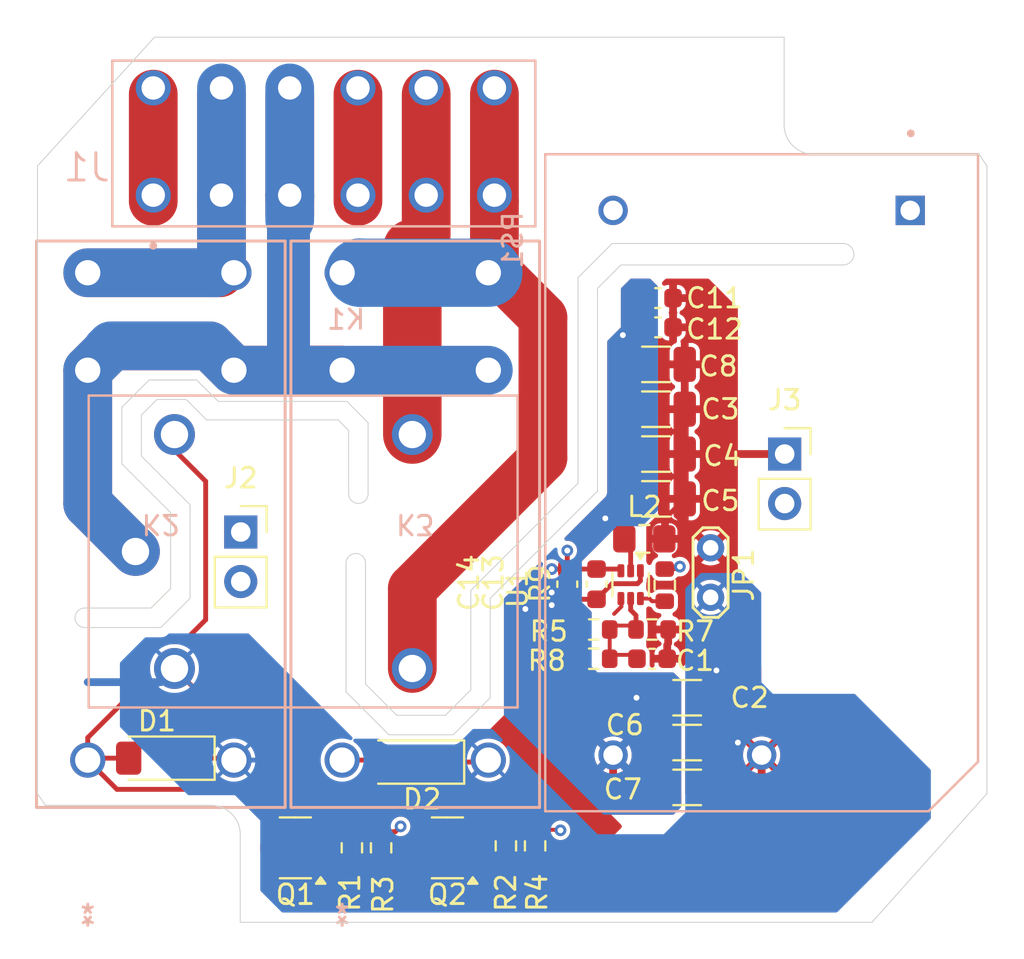
<source format=kicad_pcb>
(kicad_pcb
	(version 20241229)
	(generator "pcbnew")
	(generator_version "9.0")
	(general
		(thickness 0.23)
		(legacy_teardrops no)
	)
	(paper "A4")
	(layers
		(0 "F.Cu" signal)
		(4 "In1.Cu" signal)
		(6 "In2.Cu" signal)
		(8 "In3.Cu" signal)
		(10 "In4.Cu" signal)
		(2 "B.Cu" signal)
		(9 "F.Adhes" user "F.Adhesive")
		(11 "B.Adhes" user "B.Adhesive")
		(13 "F.Paste" user)
		(15 "B.Paste" user)
		(5 "F.SilkS" user "F.Silkscreen")
		(7 "B.SilkS" user "B.Silkscreen")
		(1 "F.Mask" user)
		(3 "B.Mask" user)
		(17 "Dwgs.User" user "User.Drawings")
		(19 "Cmts.User" user "User.Comments")
		(21 "Eco1.User" user "User.Eco1")
		(23 "Eco2.User" user "User.Eco2")
		(25 "Edge.Cuts" user)
		(27 "Margin" user)
		(31 "F.CrtYd" user "F.Courtyard")
		(29 "B.CrtYd" user "B.Courtyard")
		(35 "F.Fab" user)
		(33 "B.Fab" user)
		(39 "User.1" user)
		(41 "User.2" user)
		(43 "User.3" user)
		(45 "User.4" user)
		(47 "User.5" user)
		(49 "User.6" user)
		(51 "User.7" user)
		(53 "User.8" user)
		(55 "User.9" user)
	)
	(setup
		(stackup
			(layer "F.SilkS"
				(type "Top Silk Screen")
			)
			(layer "F.Paste"
				(type "Top Solder Paste")
			)
			(layer "F.Mask"
				(type "Top Solder Mask")
				(thickness 0.01)
			)
			(layer "F.Cu"
				(type "copper")
				(thickness 0.035)
			)
			(layer "dielectric 1"
				(type "prepreg")
				(thickness 0)
				(material "FR4")
				(epsilon_r 4.5)
				(loss_tangent 0.02)
			)
			(layer "In1.Cu"
				(type "copper")
				(thickness 0.035)
			)
			(layer "dielectric 2"
				(type "core")
				(thickness 0)
				(material "FR4")
				(epsilon_r 4.5)
				(loss_tangent 0.02)
			)
			(layer "In2.Cu"
				(type "copper")
				(thickness 0.035)
			)
			(layer "dielectric 3"
				(type "prepreg")
				(thickness 0)
				(material "FR4")
				(epsilon_r 4.5)
				(loss_tangent 0.02)
			)
			(layer "In3.Cu"
				(type "copper")
				(thickness 0.035)
			)
			(layer "dielectric 4"
				(type "core")
				(thickness 0)
				(material "FR4")
				(epsilon_r 4.5)
				(loss_tangent 0.02)
			)
			(layer "In4.Cu"
				(type "copper")
				(thickness 0.035)
			)
			(layer "dielectric 5"
				(type "prepreg")
				(thickness 0)
				(material "FR4")
				(epsilon_r 4.5)
				(loss_tangent 0.02)
			)
			(layer "B.Cu"
				(type "copper")
				(thickness 0.035)
			)
			(layer "B.Mask"
				(type "Bottom Solder Mask")
				(thickness 0.01)
			)
			(layer "B.Paste"
				(type "Bottom Solder Paste")
			)
			(layer "B.SilkS"
				(type "Bottom Silk Screen")
			)
			(copper_finish "None")
			(dielectric_constraints no)
		)
		(pad_to_mask_clearance 0)
		(allow_soldermask_bridges_in_footprints no)
		(tenting front back)
		(grid_origin 147.925 91.18)
		(pcbplotparams
			(layerselection 0x00000000_00000000_55555555_5755f5ff)
			(plot_on_all_layers_selection 0x00000000_00000000_00000000_00000000)
			(disableapertmacros no)
			(usegerberextensions no)
			(usegerberattributes yes)
			(usegerberadvancedattributes yes)
			(creategerberjobfile yes)
			(dashed_line_dash_ratio 12.000000)
			(dashed_line_gap_ratio 3.000000)
			(svgprecision 4)
			(plotframeref no)
			(mode 1)
			(useauxorigin no)
			(hpglpennumber 1)
			(hpglpenspeed 20)
			(hpglpendiameter 15.000000)
			(pdf_front_fp_property_popups yes)
			(pdf_back_fp_property_popups yes)
			(pdf_metadata yes)
			(pdf_single_document no)
			(dxfpolygonmode yes)
			(dxfimperialunits yes)
			(dxfusepcbnewfont yes)
			(psnegative no)
			(psa4output no)
			(plot_black_and_white yes)
			(plotinvisibletext no)
			(sketchpadsonfab no)
			(plotpadnumbers no)
			(hidednponfab no)
			(sketchdnponfab yes)
			(crossoutdnponfab yes)
			(subtractmaskfromsilk no)
			(outputformat 1)
			(mirror no)
			(drillshape 0)
			(scaleselection 1)
			(outputdirectory "gerber/")
		)
	)
	(net 0 "")
	(net 1 "Net-(U1-FB)")
	(net 2 "Net-(U1-SW)")
	(net 3 "Net-(U1-PG)")
	(net 4 "+3V3")
	(net 5 "GND")
	(net 6 "+VDC")
	(net 7 "Net-(J1-3)")
	(net 8 "Net-(J1-2)")
	(net 9 "Net-(J1-1)")
	(net 10 "Net-(J1-4)")
	(net 11 "Net-(J1-6)")
	(net 12 "Net-(J1-5)")
	(net 13 "Net-(Q1-G)")
	(net 14 "Net-(Q2-G)")
	(net 15 "Net-(D1-A)")
	(net 16 "Net-(D2-A)")
	(net 17 "Net-(J2-Pin_2)")
	(net 18 "Net-(J2-Pin_1)")
	(footprint "Capacitor_SMD:C_0603_1608Metric" (layer "F.Cu") (at 147.275 90.155 -90))
	(footprint "Resistor_SMD:R_0603_1608Metric" (layer "F.Cu") (at 145.625 103.58 -90))
	(footprint "TestPoint:TestPoint_2Pads_Pitch2.54mm_Drill0.8mm" (layer "F.Cu") (at 154.625 90.83 90))
	(footprint "Capacitor_SMD:C_1206_3216Metric" (layer "F.Cu") (at 151.825 81.18 180))
	(footprint "Package_TO_SOT_SMD:SOT-23-3" (layer "F.Cu") (at 141.125 103.68 180))
	(footprint "Capacitor_SMD:C_1206_3216Metric" (layer "F.Cu") (at 153.425 95.98 180))
	(footprint "Package_TO_SOT_SMD:SOT-563" (layer "F.Cu") (at 150.525 90.18 -90))
	(footprint "Capacitor_SMD:C_0603_1608Metric" (layer "F.Cu") (at 151.625 93.98 180))
	(footprint "Inductor_SMD:L_0805_2012Metric_Pad1.15x1.40mm_HandSolder" (layer "F.Cu") (at 151.225 87.83))
	(footprint "Resistor_SMD:R_0603_1608Metric" (layer "F.Cu") (at 144.125 103.58 90))
	(footprint "Capacitor_SMD:C_0603_1608Metric" (layer "F.Cu") (at 151.925 75.48 180))
	(footprint "Resistor_SMD:R_0603_1608Metric" (layer "F.Cu") (at 151.625 92.48 180))
	(footprint "Resistor_SMD:R_0603_1608Metric" (layer "F.Cu") (at 152.275 90.205 90))
	(footprint "Diode_SMD:D_MiniMELF" (layer "F.Cu") (at 139.325 99.28 180))
	(footprint "Capacitor_SMD:C_1206_3216Metric" (layer "F.Cu") (at 153.425 98.28 180))
	(footprint "Capacitor_SMD:C_0603_1608Metric" (layer "F.Cu") (at 148.775 90.155 -90))
	(footprint "Diode_SMD:D_MiniMELF" (layer "F.Cu") (at 126.525 99.08 180))
	(footprint "Resistor_SMD:R_0603_1608Metric" (layer "F.Cu") (at 136.225 103.68 90))
	(footprint "Capacitor_SMD:C_1206_3216Metric" (layer "F.Cu") (at 151.825 83.48 180))
	(footprint "Resistor_SMD:R_0603_1608Metric" (layer "F.Cu") (at 148.625 92.48 180))
	(footprint "Connector_PinSocket_2.54mm:PinSocket_1x02_P2.54mm_Vertical" (layer "F.Cu") (at 158.425 83.48))
	(footprint "Capacitor_SMD:C_1206_3216Metric" (layer "F.Cu") (at 151.825 85.78 180))
	(footprint "Capacitor_SMD:C_1206_3216Metric" (layer "F.Cu") (at 151.825 78.88 180))
	(footprint "Resistor_SMD:R_0603_1608Metric" (layer "F.Cu") (at 148.625 93.98 180))
	(footprint "Connector_PinSocket_2.54mm:PinSocket_1x02_P2.54mm_Vertical" (layer "F.Cu") (at 130.524656 87.48))
	(footprint "Capacitor_SMD:C_0603_1608Metric" (layer "F.Cu") (at 151.925 76.98 180))
	(footprint "Capacitor_SMD:C_1206_3216Metric" (layer "F.Cu") (at 153.425 100.58 180))
	(footprint "Package_TO_SOT_SMD:SOT-23-3" (layer "F.Cu") (at 133.325 103.68 180))
	(footprint "Resistor_SMD:R_0603_1608Metric" (layer "F.Cu") (at 137.725 103.68 -90))
	(footprint "Bauteile:RELAY_G5RL-1A-E-HR DC5_OMR" (layer "B.Cu") (at 130.175 74.980008))
	(footprint "TBLH10V_350_06BK:CUI_TBLH10V-350-06BK" (layer "B.Cu") (at 126.036723 70.2))
	(footprint "Bauteile:RELAY_PR28-3V-360-1C-E" (layer "B.Cu") (at 133.225 88.48))
	(footprint "TBLH10V_350_06BK:CONV_RAC02-3.3SGA" (layer "B.Cu") (at 157.244545 84.951894 -90))
	(footprint "Bauteile:RELAY_G5RL-1A-E-HR DC5_OMR" (layer "B.Cu") (at 143.225 74.980008))
	(gr_circle
		(center 126.275 106.189313)
		(end 128.325 106.189313)
		(stroke
			(width 0.2)
			(type default)
		)
		(fill no)
		(layer "Dwgs.User")
		(uuid "0242128c-da66-44d2-8be0-2a352fad9126")
	)
	(gr_arc
		(start 158.35 91.089313)
		(mid 156.935784 90.503527)
		(end 156.35 89.089313)
		(stroke
			(width 0.2)
			(type default)
		)
		(layer "Dwgs.User")
		(uuid "046ff329-94c3-4d57-89e4-2d5e1a13725a")
	)
	(gr_line
		(start 123.475 71.789541)
		(end 123.475 71.789313)
		(stroke
			(width 0.2)
			(type default)
		)
		(layer "Dwgs.User")
		(uuid "055895a1-9de8-42d3-9bd0-d37cab8378c4")
	)
	(gr_line
		(start 161.624998 67.889313)
		(end 168.507224 67.889313)
		(stroke
			(width 0.2)
			(type default)
		)
		(layer "Dwgs.User")
		(uuid "080684a0-5ed7-44e4-bd59-4432d23be8b2")
	)
	(gr_line
		(start 141.575 63.789313)
		(end 141.575 70.589313)
		(stroke
			(width 0.2)
			(type default)
		)
		(layer "Dwgs.User")
		(uuid "0ba07b32-6f1a-4b7d-94dc-c7011d35372a")
	)
	(gr_arc
		(start 161.624998 67.889313)
		(mid 159.503678 67.010634)
		(end 158.625 64.889313)
		(stroke
			(width 0.2)
			(type default)
		)
		(layer "Dwgs.User")
		(uuid "0cc23ef7-8215-4508-ae32-d5bf1ef6ad08")
	)
	(gr_line
		(start 158.625 64.889313)
		(end 158.625 61.889313)
		(stroke
			(width 0.2)
			(type default)
		)
		(layer "Dwgs.User")
		(uuid "0e04b800-a521-4360-8498-ff5e61010ab1")
	)
	(gr_line
		(start 119.875 71.789313)
		(end 123.475 71.789313)
		(stroke
			(width 0.2)
			(type default)
		)
		(layer "Dwgs.User")
		(uuid "155c3398-5e89-4ffb-af16-e9501681b7d2")
	)
	(gr_line
		(start 121.127264 102.689313)
		(end 119.875 100.927137)
		(stroke
			(width 0.2)
			(type default)
		)
		(layer "Dwgs.User")
		(uuid "15720f74-edca-4e7e-8f10-367a1bf2b1ad")
	)
	(gr_line
		(start 160.45 89.089311)
		(end 160.45 80.484849)
		(stroke
			(width 0.2)
			(type default)
		)
		(layer "Dwgs.User")
		(uuid "15890998-2965-4905-aca3-6777b35ca9bc")
	)
	(gr_line
		(start 130.275 109.289313)
		(end 163.443417 109.289313)
		(stroke
			(width 0.2)
			(type default)
		)
		(layer "Dwgs.User")
		(uuid "161ad5c3-baf5-4adb-9305-9c74de531ccb")
	)
	(gr_line
		(start 124.275 70.589313)
		(end 124.275 63.789313)
		(stroke
			(width 0.2)
			(type default)
		)
		(layer "Dwgs.User")
		(uuid "1969b00f-82ed-4167-ac7b-d28d1634d533")
	)
	(gr_line
		(start 135.075 70.589313)
		(end 135.075 63.789313)
		(stroke
			(width 0.2)
			(type default)
		)
		(layer "Dwgs.User")
		(uuid "1bd215ec-ea3b-4b0f-ac05-d260704f752c")
	)
	(gr_line
		(start 130.275 105.68931)
		(end 130.275 107.689313)
		(stroke
			(width 0.2)
			(type default)
		)
		(layer "Dwgs.User")
		(uuid "1bd405db-e730-47fd-b97b-89dd4f191ff9")
	)
	(gr_line
		(start 130.275 109.289313)
		(end 130.275 107.689313)
		(stroke
			(width 0.2)
			(type default)
		)
		(layer "Dwgs.User")
		(uuid "1cdac37b-d930-48a6-9906-8a23474546e0")
	)
	(gr_line
		(start 124.275 71.789313)
		(end 123.475 71.789541)
		(stroke
			(width 0.2)
			(type default)
		)
		(layer "Dwgs.User")
		(uuid "21b8a573-df22-4d7f-a1d7-ec53a72da4d8")
	)
	(gr_line
		(start 142.075 63.789313)
		(end 145.275 63.789313)
		(stroke
			(width 0.2)
			(type default)
		)
		(layer "Dwgs.User")
		(uuid "22969627-615e-4e69-9b40-c9b46909efb7")
	)
	(gr_arc
		(start 119.875 68.651491)
		(mid 122.67948 65.030658)
		(end 126.01227 61.889313)
		(stroke
			(width 0.2)
			(type default)
		)
		(layer "Dwgs.User")
		(uuid "25e3d829-99a3-422e-8e57-78ab0129a164")
	)
	(gr_line
		(start 158.45 78.489313)
		(end 158.35 78.489313)
		(stroke
			(width 0.2)
			(type default)
		)
		(layer "Dwgs.User")
		(uuid "2a33b23b-b25c-4253-9594-c07324743c6d")
	)
	(gr_line
		(start 141.575 70.589313)
		(end 138.575 70.589313)
		(stroke
			(width 0.2)
			(type default)
		)
		(layer "Dwgs.User")
		(uuid "2f943cb2-9b30-4208-b698-797b536b067b")
	)
	(gr_line
		(start 138.075 70.589313)
		(end 134.575 70.589313)
		(stroke
			(width 0.2)
			(type default)
		)
		(layer "Dwgs.User")
		(uuid "31d2b839-50ec-4af1-980a-226e9b84bd4d")
	)
	(gr_line
		(start 158.625 61.889313)
		(end 158.625 60.289313)
		(stroke
			(width 0.2)
			(type default)
		)
		(layer "Dwgs.User")
		(uuid "358373a4-8a6b-49b4-980d-4bb7531dabf3")
	)
	(gr_arc
		(start 170.625 101.398627)
		(mid 167.376235 105.65526)
		(end 163.443417 109.289313)
		(stroke
			(width 0.2)
			(type default)
		)
		(layer "Dwgs.User")
		(uuid "381f0daf-93d4-4dda-802d-78c5ff66e07a")
	)
	(gr_line
		(start 118.275 68.18)
		(end 118.275 101.398641)
		(stroke
			(width 0.2)
			(type default)
		)
		(layer "Dwgs.User")
		(uuid "39da7280-78a8-47be-901e-6e37bb2fb3af")
	)
	(gr_line
		(start 163.443418 60.289313)
		(end 158.625 60.289313)
		(stroke
			(width 0.2)
			(type default)
		)
		(layer "Dwgs.User")
		(uuid "3d022687-48ce-493c-827f-51ee30146250")
	)
	(gr_line
		(start 124.275 63.789313)
		(end 127.575 63.789313)
		(stroke
			(width 0.2)
			(type default)
		)
		(layer "Dwgs.User")
		(uuid "3db21989-2e57-4929-8a0d-394e52d1eab4")
	)
	(gr_line
		(start 134.575 63.789313)
		(end 134.575 70.589313)
		(stroke
			(width 0.2)
			(type default)
		)
		(layer "Dwgs.User")
		(uuid "3f0186aa-288a-495e-b2c4-1f199f86ffd7")
	)
	(gr_line
		(start 146.075 71.789541)
		(end 146.075 61.889313)
		(stroke
			(width 0.2)
			(type default)
		)
		(layer "Dwgs.User")
		(uuid "4015513a-50d4-4cb2-9484-5dcf080593a2")
	)
	(gr_line
		(start 169.025 68.651488)
		(end 169.025 100.927135)
		(stroke
			(width 0.2)
			(type default)
		)
		(layer "Dwgs.User")
		(uuid "4234a620-45cc-4ce6-9fd6-2e1f84c8197d")
	)
	(gr_circle
		(center 162.625 64.389313)
		(end 164.675 64.389313)
		(stroke
			(width 0.2)
			(type default)
		)
		(fill no)
		(layer "Dwgs.User")
		(uuid "45496be6-83f1-444c-aa79-24ebb750ad9e")
	)
	(gr_line
		(start 169.025 100.927135)
		(end 169.025 68.651491)
		(stroke
			(width 0.2)
			(type default)
		)
		(layer "Dwgs.User")
		(uuid "46e1ab47-41e3-4777-afc8-6ed2c3089811")
	)
	(gr_line
		(start 130.275 107.689313)
		(end 130.275 109.289313)
		(stroke
			(width 0.2)
			(type default)
		)
		(layer "Dwgs.User")
		(uuid "47193d31-093a-476a-bd84-2e5b9b468077")
	)
	(gr_line
		(start 146.075 61.889313)
		(end 146.075 71.789541)
		(stroke
			(width 0.2)
			(type default)
		)
		(layer "Dwgs.User")
		(uuid "47e250d1-db54-40b0-bf87-3152c7c680eb")
	)
	(gr_arc
		(start 132.55 93.089314)
		(mid 131.964214 94.503527)
		(end 130.550001 95.089313)
		(stroke
			(width 0.2)
			(type default)
		)
		(layer "Dwgs.User")
		(uuid "4e39d95a-54bd-4c60-a418-d6553b02c1df")
	)
	(gr_line
		(start 168.507224 65.238101)
		(end 168.507224 67.889313)
		(stroke
			(width 0.2)
			(type default)
		)
		(layer "Dwgs.User")
		(uuid "4f876e68-ceda-4330-8fe8-6e9d916e788f")
	)
	(gr_line
		(start 158.35 91.089313)
		(end 158.45 91.089313)
		(stroke
			(width 0.2)
			(type default)
		)
		(layer "Dwgs.User")
		(uuid "50fdefbe-73a0-4631-802e-ea9d7f8e55b9")
	)
	(gr_arc
		(start 168.507224 65.238101)
		(mid 169.609148 66.678067)
		(end 170.625 68.179995)
		(stroke
			(width 0.2)
			(type default)
		)
		(layer "Dwgs.User")
		(uuid "510f7c8c-fdce-43f9-a71f-63526d3dce10")
	)
	(gr_line
		(start 162.887732 107.689313)
		(end 130.275 107.689313)
		(stroke
			(width 0.2)
			(type default)
		)
		(layer "Dwgs.User")
		(uuid "52896895-9068-445b-8a33-349cf63a32c9")
	)
	(gr_line
		(start 145.275 70.589313)
		(end 142.075 70.589313)
		(stroke
			(width 0.2)
			(type default)
		)
		(layer "Dwgs.User")
		(uuid "5e0bf5ce-03ce-4df7-b70b-0eb16a37838a")
	)
	(gr_line
		(start 144.449828 64.789541)
		(end 144.449828 82.289541)
		(stroke
			(width 0.2)
			(type default)
		)
		(layer "Dwgs.User")
		(uuid "5f1bcbe9-467e-4562-a6eb-329300437621")
	)
	(gr_line
		(start 158.625 61.889313)
		(end 158.625 64.889313)
		(stroke
			(width 0.2)
			(type default)
		)
		(layer "Dwgs.User")
		(uuid "5f6fb36c-e442-47e0-9b05-a981d526fe9c")
	)
	(gr_arc
		(start 169.025 100.927135)
		(mid 166.220521 104.547968)
		(end 162.887732 107.689313)
		(stroke
			(width 0.2)
			(type default)
		)
		(layer "Dwgs.User")
		(uuid "656d6b39-a6b6-4336-9791-16d65c1fe8e4")
	)
	(gr_line
		(start 131.075 63.789313)
		(end 131.075 70.589313)
		(stroke
			(width 0.2)
			(type default)
		)
		(layer "Dwgs.User")
		(uuid "67c44999-bd03-48d6-a99e-f7befb949f69")
	)
	(gr_circle
		(center 158.4 83.519313)
		(end 158.75 83.519313)
		(stroke
			(width 0.2)
			(type default)
		)
		(fill no)
		(layer "Dwgs.User")
		(uuid "68d3de5f-a4b1-4dee-b763-a906c67630cf")
	)
	(gr_line
		(start 158.625 60.289313)
		(end 125.456584 60.289313)
		(stroke
			(width 0.2)
			(type default)
		)
		(layer "Dwgs.User")
		(uuid "6bdf8721-3194-4e9e-8a0c-ad0cefce46d1")
	)
	(gr_line
		(start 146.075 61.889313)
		(end 126.012267 61.889313)
		(stroke
			(width 0.2)
			(type default)
		)
		(layer "Dwgs.User")
		(uuid "6c7320fa-9d4c-485b-a43f-491e5b9a4d43")
	)
	(gr_line
		(start 138.075 70.589313)
		(end 138.575 70.589313)
		(stroke
			(width 0.2)
			(type default)
		)
		(layer "Dwgs.User")
		(uuid "72275066-2e10-49a0-9eaf-5ee3cc4c4c1c")
	)
	(gr_line
		(start 138.575 63.789313)
		(end 141.575 63.789313)
		(stroke
			(width 0.2)
			(type default)
		)
		(layer "Dwgs.User")
		(uuid "7396e8af-a79f-44ca-9280-d8ff2629c906")
	)
	(gr_line
		(start 138.075 63.789313)
		(end 138.075 70.589313)
		(stroke
			(width 0.2)
			(type default)
		)
		(layer "Dwgs.User")
		(uuid "7f047ad0-7693-4180-814c-c4452ed6ccbe")
	)
	(gr_arc
		(start 125.456581 109.289313)
		(mid 123.193889 107.354283)
		(end 121.127264 105.211113)
		(stroke
			(width 0.2)
			(type default)
		)
		(layer "Dwgs.User")
		(uuid "82b96d51-6f3d-4e66-8919-14dfc3841a00")
	)
	(gr_arc
		(start 118.275 68.18)
		(mid 121.523765 63.923366)
		(end 125.456584 60.289313)
		(stroke
			(width 0.2)
			(type default)
		)
		(layer "Dwgs.User")
		(uuid "838fa8f8-6761-4829-a41e-d21863ee095c")
	)
	(gr_arc
		(start 127.275003 102.689313)
		(mid 129.396321 103.567992)
		(end 130.275 105.68931)
		(stroke
			(width 0.2)
			(type default)
		)
		(layer "Dwgs.User")
		(uuid "84f85c02-fb56-4f4a-b243-091b07759232")
	)
	(gr_line
		(start 132.55 93.089314)
		(end 132.55 84.489312)
		(stroke
			(width 0.2)
			(type default)
		)
		(layer "Dwgs.User")
		(uuid "85ae7a87-59b4-4a6b-8cf3-523bf4894dce")
	)
	(gr_circle
		(center 130.5 90.059313)
		(end 130.85 90.059313)
		(stroke
			(width 0.2)
			(type default)
		)
		(fill no)
		(layer "Dwgs.User")
		(uuid "88d69fa5-74ba-44c6-be14-e0a19b408512")
	)
	(gr_line
		(start 170.625 101.398627)
		(end 170.625 68.179995)
		(stroke
			(width 0.2)
			(type default)
		)
		(layer "Dwgs.User")
		(uuid "89675b87-e639-414d-bb2b-74a217656f8c")
	)
	(gr_line
		(start 130.550001 82.489313)
		(end 130.449999 82.489313)
		(stroke
			(width 0.2)
			(type default)
		)
		(layer "Dwgs.User")
		(uuid "8b8f6b20-2794-4ceb-a8f9-67eefeaf7dc3")
	)
	(gr_arc
		(start 160.45 89.089311)
		(mid 159.864213 90.503526)
		(end 158.45 91.089313)
		(stroke
			(width 0.2)
			(type default)
		)
		(layer "Dwgs.User")
		(uuid "8c23a348-aaa6-4d06-a66c-58f20c64c230")
	)
	(gr_line
		(start 127.275 102.689313)
		(end 121.127264 102.689313)
		(stroke
			(width 0.2)
			(type default)
		)
		(layer "Dwgs.User")
		(uuid "8ca5a53f-2221-4960-ab45-8cdebe6e4576")
	)
	(gr_line
		(start 162.887731 61.889313)
		(end 146.075 61.889313)
		(stroke
			(width 0.2)
			(type default)
		)
		(layer "Dwgs.User")
		(uuid "8def0da3-ba6c-4132-9643-ab7bb7b54077")
	)
	(gr_line
		(start 123.475 71.789541)
		(end 124.275 71.789313)
		(stroke
			(width 0.2)
			(type default)
		)
		(layer "Dwgs.User")
		(uuid "8f219f24-3bd2-48ed-9a1a-abc6cdb0ae76")
	)
	(gr_line
		(start 145.275 63.789313)
		(end 145.275 70.589313)
		(stroke
			(width 0.2)
			(type default)
		)
		(layer "Dwgs.User")
		(uuid "9664b484-3433-4413-87d9-58d00123a183")
	)
	(gr_line
		(start 168.507224 67.889313)
		(end 168.507224 65.238101)
		(stroke
			(width 0.2)
			(type default)
		)
		(layer "Dwgs.User")
		(uuid "966efc1e-35a8-48f5-b3d0-4739a996b030")
	)
	(gr_line
		(start 142.075 70.589313)
		(end 142.075 63.789313)
		(stroke
			(width 0.2)
			(type default)
		)
		(layer "Dwgs.User")
		(uuid "979cd0bf-e60f-4ab9-a393-7e638e31dfd3")
	)
	(gr_line
		(start 127.575 63.789313)
		(end 127.575 70.589313)
		(stroke
			(width 0.2)
			(type default)
		)
		(layer "Dwgs.User")
		(uuid "99c6d51d-0e32-4203-bf86-4a35daf758a9")
	)
	(gr_arc
		(start 121.127264 105.211113)
		(mid 119.627829 103.359713)
		(end 118.275 101.398641)
		(stroke
			(width 0.2)
			(type default)
		)
		(layer "Dwgs.User")
		(uuid "9fb1c93b-99b4-472b-8629-292755260cf2")
	)
	(gr_arc
		(start 130.550001 82.489313)
		(mid 131.964214 83.075099)
		(end 132.55 84.489312)
		(stroke
			(width 0.2)
			(type default)
		)
		(layer "Dwgs.User")
		(uuid "a2fa666a-ebf9-4a27-8788-96f491143a5f")
	)
	(gr_line
		(start 146.075 71.789541)
		(end 145.275 71.789313)
		(stroke
			(width 0.2)
			(type default)
		)
		(layer "Dwgs.User")
		(uuid "a4b91edd-5f0c-467b-bec3-5cc15f756a74")
	)
	(gr_arc
		(start 162.887731 61.889313)
		(mid 166.220521 65.030657)
		(end 169.025 68.651491)
		(stroke
			(width 0.2)
			(type default)
		)
		(layer "Dwgs.User")
		(uuid "a73e0c4f-4872-4f7b-b6d6-a16c0a445b38")
	)
	(gr_circle
		(center 130.5 87.519313)
		(end 130.85 87.519313)
		(stroke
			(width 0.2)
			(type default)
		)
		(fill no)
		(layer "Dwgs.User")
		(uuid "ab72a789-45e1-4870-9556-762a129bc7d0")
	)
	(gr_line
		(start 130.275 107.689313)
		(end 130.275 105.689313)
		(stroke
			(width 0.2)
			(type default)
		)
		(layer "Dwgs.User")
		(uuid "acee5f22-84a0-4d56-bb4d-506bb5f9e89e")
	)
	(gr_line
		(start 127.575 63.789313)
		(end 131.075 63.789313)
		(stroke
			(width 0.2)
			(type default)
		)
		(layer "Dwgs.User")
		(uuid "aff89f6e-bfc0-4db7-a8cd-4c3bc5662f60")
	)
	(gr_circle
		(center 158.4 86.059313)
		(end 158.75 86.059313)
		(stroke
			(width 0.2)
			(type default)
		)
		(fill no)
		(layer "Dwgs.User")
		(uuid "b261dce8-7515-4eee-ad22-ba0990038ad2")
	)
	(gr_line
		(start 156.35 80.489311)
		(end 156.35 89.089313)
		(stroke
			(width 0.2)
			(type default)
		)
		(layer "Dwgs.User")
		(uuid "b501b410-cbe6-4ece-9ab3-0ecc426b5bb5")
	)
	(gr_line
		(start 138.575 70.589313)
		(end 138.575 63.789313)
		(stroke
			(width 0.2)
			(type default)
		)
		(layer "Dwgs.User")
		(uuid "b874cab0-44f0-4614-a4c9-251e3ca131c3")
	)
	(gr_line
		(start 123.475 71.789313)
		(end 119.875 71.789313)
		(stroke
			(width 0.2)
			(type default)
		)
		(layer "Dwgs.User")
		(uuid "b93615a2-dcce-4602-a1d2-c2e6ec844fc8")
	)
	(gr_line
		(start 119.875 68.651491)
		(end 119.875 71.789313)
		(stroke
			(width 0.2)
			(type default)
		)
		(layer "Dwgs.User")
		(uuid "bc56ce00-ea68-42b6-851e-802baa0fff25")
	)
	(gr_arc
		(start 126.01227 107.689313)
		(mid 122.67948 104.547967)
		(end 119.875 100.927133)
		(stroke
			(width 0.2)
			(type default)
		)
		(layer "Dwgs.User")
		(uuid "bcb5833c-95d3-4b6f-a2fa-fb0209a0ecf9")
	)
	(gr_line
		(start 168.507224 67.889313)
		(end 169.025 68.651488)
		(stroke
			(width 0.2)
			(type default)
		)
		(layer "Dwgs.User")
		(uuid "be30e963-38d7-497d-9ecc-2cf0fb6c21d7")
	)
	(gr_line
		(start 126.01227 61.889313)
		(end 158.625 61.889313)
		(stroke
			(width 0.2)
			(type default)
		)
		(layer "Dwgs.User")
		(uuid "bf433c32-a972-46e0-b74c-7f678b3d7db6")
	)
	(gr_line
		(start 126.01227 107.689313)
		(end 162.887732 107.689313)
		(stroke
			(width 0.2)
			(type default)
		)
		(layer "Dwgs.User")
		(uuid "c1e23a70-0f61-4035-bb6a-b9e7ffbfdeb4")
	)
	(gr_arc
		(start 128.45 84.489312)
		(mid 129.035786 83.075099)
		(end 130.449999 82.489313)
		(stroke
			(width 0.2)
			(type default)
		)
		(layer "Dwgs.User")
		(uuid "c3787c7a-a842-4918-911e-2e5d0d8b42a9")
	)
	(gr_line
		(start 135.075 63.789313)
		(end 138.075 63.789313)
		(stroke
			(width 0.2)
			(type default)
		)
		(layer "Dwgs.User")
		(uuid "c9b576f5-f50d-46a5-815e-603f297969a2")
	)
	(gr_arc
		(start 119.875 68.651491)
		(mid 122.67948 65.030658)
		(end 126.012267 61.889313)
		(stroke
			(width 0.2)
			(type default)
		)
		(layer "Dwgs.User")
		(uuid "ca6b51cf-1f62-4396-af44-1d53f675f612")
	)
	(gr_arc
		(start 158.45 78.489313)
		(mid 159.864212 79.0751)
		(end 160.45 80.484849)
		(stroke
			(width 0.2)
			(type default)
		)
		(layer "Dwgs.User")
		(uuid "cb1d65ae-8881-4d40-a3af-7a8fbe602a56")
	)
	(gr_line
		(start 121.127264 102.689313)
		(end 121.127264 105.211113)
		(stroke
			(width 0.2)
			(type default)
		)
		(layer "Dwgs.User")
		(uuid "ce389582-c87a-4ed0-a91f-85e3b5a7f466")
	)
	(gr_line
		(start 145.275 71.789313)
		(end 146.075 71.789541)
		(stroke
			(width 0.2)
			(type default)
		)
		(layer "Dwgs.User")
		(uuid "ce3cc08e-5b62-4944-8238-7d63063ae214")
	)
	(gr_arc
		(start 156.35 80.489311)
		(mid 156.935786 79.075099)
		(end 158.35 78.489313)
		(stroke
			(width 0.2)
			(type default)
		)
		(layer "Dwgs.User")
		(uuid "d29ea977-1734-4766-9057-e810635d4e14")
	)
	(gr_line
		(start 158.625 60.289313)
		(end 158.625 61.889313)
		(stroke
			(width 0.2)
			(type default)
		)
		(layer "Dwgs.User")
		(uuid "d3b8f567-38e0-441e-b9d8-48d762a898cc")
	)
	(gr_arc
		(start 169.025 100.927135)
		(mid 166.220521 104.547968)
		(end 162.887732 107.689313)
		(stroke
			(width 0.2)
			(type default)
		)
		(layer "Dwgs.User")
		(uuid "d86c43e6-764f-44e4-ae14-47a2c6e6f639")
	)
	(gr_line
		(start 145.275 71.789313)
		(end 124.275 71.789313)
		(stroke
			(width 0.2)
			(type default)
		)
		(layer "Dwgs.User")
		(uuid "db7d9203-15c5-4919-afd1-9008b4b56025")
	)
	(gr_line
		(start 134.575 70.589313)
		(end 131.575 70.589313)
		(stroke
			(width 0.2)
			(type default)
		)
		(layer "Dwgs.User")
		(uuid "dbceda90-bf33-46c2-9e20-10f9832a3adc")
	)
	(gr_line
		(start 123.475 70.589313)
		(end 146.075 70.589313)
		(stroke
			(width 0.2)
			(type default)
		)
		(layer "Dwgs.User")
		(uuid "dbf6a5a4-b82c-4c28-b105-4c8bd91b5fb7")
	)
	(gr_line
		(start 131.575 63.789313)
		(end 134.575 63.789313)
		(stroke
			(width 0.2)
			(type default)
		)
		(layer "Dwgs.User")
		(uuid "e05f9355-75d2-45b5-949a-2f882fcf9964")
	)
	(gr_line
		(start 128.075 70.589313)
		(end 128.075 63.789313)
		(stroke
			(width 0.2)
			(type default)
		)
		(layer "Dwgs.User")
		(uuid "e15c3450-af56-46d1-a8e1-d09b04fef4bb")
	)
	(gr_line
		(start 131.575 70.589313)
		(end 131.575 63.789313)
		(stroke
			(width 0.2)
			(type default)
		)
		(layer "Dwgs.User")
		(uuid "e171e3cb-ba32-4666-bbff-ab2d2187a6ce")
	)
	(gr_line
		(start 121.127264 105.211113)
		(end 121.127264 102.689313)
		(stroke
			(width 0.2)
			(type default)
		)
		(layer "Dwgs.User")
		(uuid "e526e747-5bf0-476e-86ae-efbd06d40cc0")
	)
	(gr_line
		(start 125.456581 109.289313)
		(end 130.275 109.289313)
		(stroke
			(width 0.2)
			(type default)
		)
		(layer "Dwgs.User")
		(uuid "e78b4067-6dd6-46c8-806a-b42500be0b30")
	)
	(gr_arc
		(start 130.450002 95.089313)
		(mid 129.035787 94.503526)
		(end 128.45 93.089311)
		(stroke
			(width 0.2)
			(type default)
		)
		(layer "Dwgs.User")
		(uuid "e7d30512-84ed-44d5-b5cc-3abe44db8589")
	)
	(gr_arc
		(start 163.443418 60.289313)
		(mid 166.117071 62.618662)
		(end 168.507224 65.238101)
		(stroke
			(width 0.2)
			(type default)
		)
		(layer "Dwgs.User")
		(uuid "e8c6abca-1882-49ad-9b74-4fab8ec21d3f")
	)
	(gr_line
		(start 121.127264 102.689313)
		(end 127.275003 102.689313)
		(stroke
			(width 0.2)
			(type default)
		)
		(layer "Dwgs.User")
		(uuid "eb5b2e7e-fa79-440c-bc96-5bd7ee0a0d44")
	)
	(gr_line
		(start 127.575 70.589313)
		(end 124.275 70.589313)
		(stroke
			(width 0.2)
			(type default)
		)
		(layer "Dwgs.User")
		(uuid "ed1dd32b-a4fd-4ac4-abff-086d9ee82388")
	)
	(gr_line
		(start 131.075 70.589313)
		(end 128.075 70.589313)
		(stroke
			(width 0.2)
			(type default)
		)
		(layer "Dwgs.User")
		(uuid "ed48d016-370f-47a7-9569-52c88e19d1e3")
	)
	(gr_line
		(start 128.45 84.489312)
		(end 128.45 93.089311)
		(stroke
			(width 0.2)
			(type default)
		)
		(layer "Dwgs.User")
		(uuid "eda477cd-7e5d-48ed-991a-1d7275922b03")
	)
	(gr_line
		(start 130.450002 95.089313)
		(end 130.550001 95.089313)
		(stroke
			(width 0.2)
			(type default)
		)
		(layer "Dwgs.User")
		(uuid "f2a37dff-3972-4293-9449-99203447a527")
	)
	(gr_line
		(start 123.475 71.789313)
		(end 123.475 71.789541)
		(stroke
			(width 0.2)
			(type default)
		)
		(layer "Dwgs.User")
		(uuid "f3fd05f9-9cd7-4e10-b428-ba7282b5c959")
	)
	(gr_line
		(start 119.875 100.927137)
		(end 119.875 68.651491)
		(stroke
			(width 0.2)
			(type default)
		)
		(layer "Dwgs.User")
		(uuid "f6809456-f1f2-48d6-b6bf-7c7f2f53edf6")
	)
	(gr_line
		(start 124.275 71.789313)
		(end 145.275 71.789313)
		(stroke
			(width 0.2)
			(type default)
		)
		(layer "Dwgs.User")
		(uuid "f891d528-ca7c-4a84-98d7-edc5162e2f02")
	)
	(gr_line
		(start 119.875 71.789313)
		(end 119.875 100.927133)
		(stroke
			(width 0.2)
			(type default)
		)
		(layer "Dwgs.User")
		(uuid "f97896af-058e-4282-9287-1bf0e5b62b02")
	)
	(gr_line
		(start 168.507224 67.889313)
		(end 161.625 67.889313)
		(stroke
			(width 0.2)
			(type default)
		)
		(layer "Dwgs.User")
		(uuid "fc05291c-5e56-4ba8-bfa0-355807445eae")
	)
	(gr_arc
		(start 129 101.5)
		(mid 130.06066 101.93934)
		(end 130.5 103)
		(stroke
			(width 0.05)
			(type default)
		)
		(layer "Edge.Cuts")
		(uuid "019f2129-1d1d-4ca9-b23a-12ed0f476096")
	)
	(gr_arc
		(start 135.925001 89.08)
		(mid 136.425 88.580001)
		(end 136.924999 89.08)
		(stroke
			(width 0.05)
			(type default)
		)
		(layer "Edge.Cuts")
		(uuid "01cd7ee2-967c-4cd3-aeb4-4d877fcf182d")
	)
	(gr_line
		(start 136.057892 85.512892)
		(end 136.057892 82.28)
		(stroke
			(width 0.05)
			(type default)
		)
		(layer "Edge.Cuts")
		(uuid "05b18407-055d-4a72-9b7d-14f4a984c87f")
	)
	(gr_line
		(start 128.257892 79.68)
		(end 128.125 79.68)
		(stroke
			(width 0.05)
			(type default)
		)
		(layer "Edge.Cuts")
		(uuid "0631ee75-c414-4d9c-a03e-89bf857d22d5")
	)
	(gr_line
		(start 127.925 90.88)
		(end 126.425 92.38)
		(stroke
			(width 0.05)
			(type default)
		)
		(layer "Edge.Cuts")
		(uuid "06d0d6d6-76ee-41bb-9dd2-8326352caf5d")
	)
	(gr_line
		(start 147.825 84.98)
		(end 147.825 74.98)
		(stroke
			(width 0.05)
			(type default)
		)
		(layer "Edge.Cuts")
		(uuid "06f9613a-a385-4c09-b6f7-f9872e718746")
	)
	(gr_line
		(start 138.525 96.88)
		(end 141.025 96.88)
		(stroke
			(width 0.05)
			(type default)
		)
		(layer "Edge.Cuts")
		(uuid "0a6c17a8-2107-4f29-9996-da4000934111")
	)
	(gr_line
		(start 135.525 81.73)
		(end 136.057892 82.28)
		(stroke
			(width 0.05)
			(type default)
		)
		(layer "Edge.Cuts")
		(uuid "0d609198-7745-4f67-aea2-2957715bac52")
	)
	(gr_line
		(start 127.925 86.08)
		(end 127.925 90.88)
		(stroke
			(width 0.05)
			(type default)
		)
		(layer "Edge.Cuts")
		(uuid "145e8b36-27d4-4745-a463-b9bc2051be62")
	)
	(gr_line
		(start 148.825 85.38)
		(end 143.325 90.88)
		(stroke
			(width 0.05)
			(type default)
		)
		(layer "Edge.Cuts")
		(uuid "1723845c-44e5-4f33-8408-52d392157973")
	)
	(gr_line
		(start 150.025 73.78)
		(end 161.425 73.78)
		(stroke
			(width 0.05)
			(type default)
		)
		(layer "Edge.Cuts")
		(uuid "172c6ac7-ef57-4726-88ea-5e1f80c47636")
	)
	(gr_line
		(start 125.925 91.38)
		(end 126.925 90.38)
		(stroke
			(width 0.05)
			(type default)
		)
		(layer "Edge.Cuts")
		(uuid "18914512-ab6b-4cc6-90de-0e4c2d83fc90")
	)
	(gr_line
		(start 124.425 83.98)
		(end 124.425 81.08)
		(stroke
			(width 0.05)
			(type default)
		)
		(layer "Edge.Cuts")
		(uuid "19b4c0b5-8884-4038-85be-43ce1a9740b2")
	)
	(gr_line
		(start 138.125 97.88)
		(end 135.925 95.68)
		(stroke
			(width 0.05)
			(type default)
		)
		(layer "Edge.Cuts")
		(uuid "1fb84db7-ad40-4fb5-8291-3a821d219c19")
	)
	(gr_line
		(start 135.975 80.78)
		(end 129.375 80.78)
		(stroke
			(width 0.05)
			(type default)
		)
		(layer "Edge.Cuts")
		(uuid "25f72d15-d37d-4639-9f4e-ba5477083020")
	)
	(gr_arc
		(start 137.057892 85.512892)
		(mid 136.557892 86.012892)
		(end 136.057892 85.512892)
		(stroke
			(width 0.05)
			(type default)
		)
		(layer "Edge.Cuts")
		(uuid "2667ff69-af67-4940-8e10-90d49f9cb70d")
	)
	(gr_line
		(start 135.975 80.78)
		(end 137.057892 81.88)
		(stroke
			(width 0.05)
			(type default)
		)
		(layer "Edge.Cuts")
		(uuid "2b4fab18-5a7f-4f1e-86d2-a9c1c69c5a5e")
	)
	(gr_arc
		(start 159.9 68.1)
		(mid 158.83934 67.66066)
		(end 158.4 66.6)
		(stroke
			(width 0.05)
			(type default)
		)
		(layer "Edge.Cuts")
		(uuid "2df872d3-c5db-47a2-99a7-ce36d0b2e284")
	)
	(gr_line
		(start 158.4 66.6)
		(end 158.4 62.1)
		(stroke
			(width 0.05)
			(type default)
		)
		(layer "Edge.Cuts")
		(uuid "31aa23f5-c389-4c04-84c3-a9626957c325")
	)
	(gr_line
		(start 168.4 68.1)
		(end 159.9 68.1)
		(stroke
			(width 0.05)
			(type default)
		)
		(layer "Edge.Cuts")
		(uuid "33dac275-b834-49d7-95aa-b7bf82567806")
	)
	(gr_line
		(start 158.4 62.1)
		(end 126.1 62.1)
		(stroke
			(width 0.05)
			(type default)
		)
		(layer "Edge.Cuts")
		(uuid "341be2c8-fb3d-4f7f-9d07-a35134b44ff8")
	)
	(gr_line
		(start 125.825 79.68)
		(end 124.425 81.08)
		(stroke
			(width 0.05)
			(type default)
		)
		(layer "Edge.Cuts")
		(uuid "46451360-3039-4d71-b20e-d34d264c9486")
	)
	(gr_line
		(start 142.325 90.48)
		(end 147.825 84.98)
		(stroke
			(width 0.05)
			(type default)
		)
		(layer "Edge.Cuts")
		(uuid "4a4dc456-f63a-4958-9392-915d9d871991")
	)
	(gr_line
		(start 141.425 97.88)
		(end 138.125 97.88)
		(stroke
			(width 0.05)
			(type default)
		)
		(layer "Edge.Cuts")
		(uuid "4f642bb2-7786-4308-91df-99bd89e1f120")
	)
	(gr_line
		(start 137.057892 85.512892)
		(end 137.057892 81.88)
		(stroke
			(width 0.05)
			(type default)
		)
		(layer "Edge.Cuts")
		(uuid "50e5a689-d09a-4737-9d6b-e9f7251a0a74")
	)
	(gr_line
		(start 127.925 86.08)
		(end 125.425 83.58)
		(stroke
			(width 0.05)
			(type default)
		)
		(layer "Edge.Cuts")
		(uuid "5125cd70-3bbc-4272-b126-c3ca37b6ea3b")
	)
	(gr_arc
		(start 161.425 72.68)
		(mid 161.975 73.23)
		(end 161.425 73.78)
		(stroke
			(width 0.05)
			(type default)
		)
		(layer "Edge.Cuts")
		(uuid "52f8e4c5-f732-4ab6-953f-dd1e029bc80a")
	)
	(gr_line
		(start 126.1 62.1)
		(end 120.1 68.7)
		(stroke
			(width 0.05)
			(type default)
		)
		(layer "Edge.Cuts")
		(uuid "56bccfa9-f847-4688-8b0f-84e0d9f78c8e")
	)
	(gr_line
		(start 130.5 103)
		(end 130.5 107.5)
		(stroke
			(width 0.05)
			(type default)
		)
		(layer "Edge.Cuts")
		(uuid "57481ab2-d2f9-4f72-92a8-0ed032d8c1b6")
	)
	(gr_line
		(start 130.5 107.5)
		(end 162.9 107.5)
		(stroke
			(width 0.05)
			(type default)
		)
		(layer "Edge.Cuts")
		(uuid "60275fdd-8908-45c4-b3aa-fe869fdc2c3d")
	)
	(gr_line
		(start 168.8 68.7)
		(end 168.4 68.1)
		(stroke
			(width 0.05)
			(type default)
		)
		(layer "Edge.Cuts")
		(uuid "68675274-984d-42d1-957b-3d9e2d43d622")
	)
	(gr_line
		(start 120.5 101.5)
		(end 129 101.5)
		(stroke
			(width 0.05)
			(type default)
		)
		(layer "Edge.Cuts")
		(uuid "6dbfdd35-5cb9-4f97-91e1-52c5d83cde4f")
	)
	(gr_line
		(start 161.425 72.68)
		(end 149.775 72.68)
		(stroke
			(width 0.05)
			(type default)
		)
		(layer "Edge.Cuts")
		(uuid "752d77d3-ffe9-4b14-bc15-5364cead5a6a")
	)
	(gr_line
		(start 127.625 80.68)
		(end 127.725 80.68)
		(stroke
			(width 0.05)
			(type default)
		)
		(layer "Edge.Cuts")
		(uuid "782a45f7-d159-4eff-809e-e4aa94516e69")
	)
	(gr_line
		(start 122.525 91.38)
		(end 125.925 91.38)
		(stroke
			(width 0.05)
			(type default)
		)
		(layer "Edge.Cuts")
		(uuid "7b435ec5-3a0d-4f0c-8c04-0ef8ac1f208c")
	)
	(gr_line
		(start 126.925 86.48)
		(end 124.425 83.98)
		(stroke
			(width 0.05)
			(type default)
		)
		(layer "Edge.Cuts")
		(uuid "7cbeca43-5dad-43c6-8bff-70a1f0613695")
	)
	(gr_line
		(start 125.425 81.48)
		(end 125.425 83.58)
		(stroke
			(width 0.05)
			(type default)
		)
		(layer "Edge.Cuts")
		(uuid "7d0c4a70-c33a-43c6-93c8-ab88f640acc0")
	)
	(gr_line
		(start 126.425 92.38)
		(end 126.025 92.38)
		(stroke
			(width 0.05)
			(type default)
		)
		(layer "Edge.Cuts")
		(uuid "8a4a61de-d9ad-4c43-a15b-1a1edaf73fb4")
	)
	(gr_line
		(start 127.625 80.68)
		(end 126.225 80.68)
		(stroke
			(width 0.05)
			(type default)
		)
		(layer "Edge.Cuts")
		(uuid "999c99db-6925-4fdb-a73e-5d2495caf3b4")
	)
	(gr_line
		(start 135.925 95.68)
		(end 135.925 89.08)
		(stroke
			(width 0.05)
			(type default)
		)
		(layer "Edge.Cuts")
		(uuid "9cf6f90b-a363-49e4-94b6-30802dde5fec")
	)
	(gr_line
		(start 162.9 107.5)
		(end 168.8 100.9)
		(stroke
			(width 0.05)
			(type default)
		)
		(layer "Edge.Cuts")
		(uuid "9d4649ef-a92d-4245-abdf-e4c89ef18a32")
	)
	(gr_line
		(start 136.925 89.08)
		(end 136.925 95.28)
		(stroke
			(width 0.05)
			(type default)
		)
		(layer "Edge.Cuts")
		(uuid "a4568a16-5163-41ba-b9f2-380c47ce99a0")
	)
	(gr_line
		(start 125.825 79.68)
		(end 128.125 79.68)
		(stroke
			(width 0.05)
			(type default)
		)
		(layer "Edge.Cuts")
		(uuid "a56fc61c-724d-48b1-8fdb-1f71153a8a9c")
	)
	(gr_line
		(start 142.325 95.58)
		(end 142.325 90.48)
		(stroke
			(width 0.05)
			(type default)
		)
		(layer "Edge.Cuts")
		(uuid "a5e99c6f-1404-40d2-a8a3-d5fb7f19be2e")
	)
	(gr_line
		(start 120.1 100.9)
		(end 120.5 101.5)
		(stroke
			(width 0.05)
			(type default)
		)
		(layer "Edge.Cuts")
		(uuid "a6498e16-95ea-44df-92a2-e6694166baaa")
	)
	(gr_line
		(start 129.375 80.78)
		(end 128.257892 79.68)
		(stroke
			(width 0.05)
			(type default)
		)
		(layer "Edge.Cuts")
		(uuid "ae217490-52b0-450c-a410-3d6786f05c96")
	)
	(gr_line
		(start 141.025 96.88)
		(end 142.325 95.58)
		(stroke
			(width 0.05)
			(type default)
		)
		(layer "Edge.Cuts")
		(uuid "ae687a8c-57ac-4b7e-93ac-62fa86c5e7fe")
	)
	(gr_line
		(start 120.1 68.7)
		(end 120.1 100.9)
		(stroke
			(width 0.05)
			(type default)
		)
		(layer "Edge.Cuts")
		(uuid "b1a8c8e6-8aef-4c33-9fd2-b5d9723cbddc")
	)
	(gr_line
		(start 136.925 95.28)
		(end 138.525 96.88)
		(stroke
			(width 0.05)
			(type default)
		)
		(layer "Edge.Cuts")
		(uuid "b6702fc2-7476-469b-b35c-f3d65df762d9")
	)
	(gr_line
		(start 143.325 95.98)
		(end 141.425 97.88)
		(stroke
			(width 0.05)
			(type default)
		)
		(layer "Edge.Cuts")
		(uuid "b841a114-d87e-44d6-bc1a-f86d21a2443b")
	)
	(gr_line
		(start 148.825 74.98)
		(end 148.825 85.38)
		(stroke
			(width 0.05)
			(type default)
		)
		(layer "Edge.Cuts")
		(uuid "bccf6977-bf0a-48ee-af3f-7d7457589cb3")
	)
	(gr_line
		(start 148.825 74.98)
		(end 150.025 73.78)
		(stroke
			(width 0.05)
			(type default)
		)
		(layer "Edge.Cuts")
		(uuid "c27360ec-5642-415f-a246-457ee821ff6d")
	)
	(gr_line
		(start 125.425 81.48)
		(end 126.225 80.68)
		(stroke
			(width 0.05)
			(type default)
		)
		(layer "Edge.Cuts")
		(uuid "c4d11a30-d23c-420f-a48f-0d3c579ab963")
	)
	(gr_line
		(start 143.325 90.88)
		(end 143.325 95.98)
		(stroke
			(width 0.05)
			(type default)
		)
		(layer "Edge.Cuts")
		(uuid "d428d147-cde5-4b47-86b1-0b3df2a3e7fd")
	)
	(gr_line
		(start 168.8 100.9)
		(end 168.8 68.7)
		(stroke
			(width 0.05)
			(type default)
		)
		(layer "Edge.Cuts")
		(uuid "da40fdb0-48af-4b46-8a2d-6d4031310a34")
	)
	(gr_line
		(start 147.825 74.43)
		(end 149.575 72.68)
		(stroke
			(width 0.05)
			(type default)
		)
		(layer "Edge.Cuts")
		(uuid "dad4aa03-7c4e-4dd6-b661-b8c8978acb97")
	)
	(gr_line
		(start 126.925 90.38)
		(end 126.925 86.48)
		(stroke
			(width 0.05)
			(type default)
		)
		(layer "Edge.Cuts")
		(uuid "eb6543d2-8534-4381-afea-427da97dca06")
	)
	(gr_line
		(start 149.775 72.68)
		(end 149.575 72.68)
		(stroke
			(width 0.05)
			(type default)
		)
		(layer "Edge.Cuts")
		(uuid "ed9dbf8d-9934-466a-bbef-727bc702417d")
	)
	(gr_arc
		(start 122.525 92.38)
		(mid 122.025 91.88)
		(end 122.525 91.38)
		(stroke
			(width 0.05)
			(type default)
		)
		(layer "Edge.Cuts")
		(uuid "ee6c49f4-bf38-42df-8cfa-a04e1fa27be3")
	)
	(gr_line
		(start 127.725 80.68)
		(end 128.775 81.73)
		(stroke
			(width 0.05)
			(type default)
		)
		(layer "Edge.Cuts")
		(uuid "ef412752-efc8-4950-91eb-1e8d1bca719f")
	)
	(gr_line
		(start 122.525 92.38)
		(end 126.025 92.38)
		(stroke
			(width 0.05)
			(type default)
		)
		(layer "Edge.Cuts")
		(uuid "f1843d2b-8e0e-4c5b-a524-1f8bf9f3d351")
	)
	(gr_line
		(start 147.825 74.98)
		(end 147.825 74.43)
		(stroke
			(width 0.05)
			(type default)
		)
		(layer "Edge.Cuts")
		(uuid "f3eae818-a0b8-417b-b268-28f188abe155")
	)
	(gr_line
		(start 128.775 81.73)
		(end 135.525 81.73)
		(stroke
			(width 0.05)
			(type default)
		)
		(layer "Edge.Cuts")
		(uuid "f7703296-5c2d-41e6-b09a-5db8a99cd174")
	)
	(segment
		(start 150.8 91.855)
		(end 150.8 92.48)
		(width 0.25)
		(layer "F.Cu")
		(net 1)
		(uuid "1d3545bd-e315-4a6c-97fa-63b4e59cc6c2")
	)
	(segment
		(start 149.525 92.205)
		(end 149.45 92.28)
		(width 0.2)
		(layer "F.Cu")
		(net 1)
		(uuid "35d6a8f0-e3af-4502-9e68-6ed6973b2585")
	)
	(segment
		(start 150.8 92.28)
		(end 149.45 92.28)
		(width 0.2)
		(layer "F.Cu")
		(net 1)
		(uuid "410fdd13-88be-4908-be83-71b6f0adc1bf")
	)
	(segment
		(start 150.525 90.8925)
		(end 150.525 91.48)
		(width 0.25)
		(layer "F.Cu")
		(net 1)
		(uuid "663787f7-2231-4ae6-831d-8b7f14d5409a")
	)
	(segment
		(start 150.85 93.78)
		(end 149.45 93.78)
		(width 0.2)
		(layer "F.Cu")
		(net 1)
		(uuid "89698971-d4e8-4ebf-a275-da31443ed9c6")
	)
	(segment
		(start 150.525 91.48)
		(end 150.8 91.755)
		(width 0.25)
		(layer "F.Cu")
		(net 1)
		(uuid "98eed3ba-6f11-41b0-9ced-6f3b5001fed0")
	)
	(segment
		(start 149.45 93.78)
		(end 149.45 92.28)
		(width 0.2)
		(layer "F.Cu")
		(net 1)
		(uuid "b5886e9e-e64b-469a-bd94-18b17f2e61bd")
	)
	(segment
		(start 150.525 89.4675)
		(end 150.525 88.2425)
		(width 0.25)
		(layer "F.Cu")
		(net 2)
		(uuid "07af0b90-15a2-438c-9a5d-4a0fb7b63d87")
	)
	(segment
		(start 150.525 88.2425)
		(end 150.1625 87.88)
		(width 0.25)
		(layer "F.Cu")
		(net 2)
		(uuid "dba6d88b-e50d-4628-ae44-9d0c9b7e2ffa")
	)
	(segment
		(start 151.4875 90.8925)
		(end 151.025 90.8925)
		(width 0.2)
		(layer "F.Cu")
		(net 3)
		(uuid "55c049d3-8a39-431b-9ca7-35a1eba55bf9")
	)
	(segment
		(start 152.275 91.03)
		(end 151.625 91.03)
		(width 0.2)
		(layer "F.Cu")
		(net 3)
		(uuid "9a7d074e-fc53-4193-aa1e-42fa54c7c233")
	)
	(segment
		(start 151.625 91.03)
		(end 151.4875 90.8925)
		(width 0.2)
		(layer "F.Cu")
		(net 3)
		(uuid "ccdedcae-f1ad-44ef-b694-ca8243a626da")
	)
	(segment
		(start 158.425 83.48)
		(end 155.375 83.48)
		(width 0.4)
		(layer "F.Cu")
		(net 4)
		(uuid "0c92c1e2-4f69-48c8-8f8e-4b2e13a012b5")
	)
	(segment
		(start 154.815 88.48)
		(end 154.625 88.29)
		(width 0.4)
		(layer "F.Cu")
		(net 4)
		(uuid "1628094e-953d-4807-ab48-b940dd6d78a1")
	)
	(segment
		(start 154.625 88.29)
		(end 152.925 86.59)
		(width 0.4)
		(layer "F.Cu")
		(net 4)
		(uuid "438b9a6f-78f9-4663-9fd7-d079826bcf1b")
	)
	(segment
		(start 152.4 93.78)
		(end 152.4 92.33)
		(width 0.2)
		(layer "F.Cu")
		(net 4)
		(uuid "64b4f203-67a4-4097-8348-a62be77e0f80")
	)
	(segment
		(start 152.2875 86.7925)
		(end 153.3 85.78)
		(width 0.25)
		(layer "F.Cu")
		(net 4)
		(uuid "6c3537dc-8c7d-463c-80fc-e38a251d6dbb")
	)
	(segment
		(start 152.925 86.59)
		(end 152.925 81.53)
		(width 0.4)
		(layer "F.Cu")
		(net 4)
		(uuid "7be34068-c9b7-4ed8-b874-c18e73d026e8")
	)
	(segment
		(start 152.2875 87.88)
		(end 152.2875 86.7925)
		(width 0.25)
		(layer "F.Cu")
		(net 4)
		(uuid "85479b0f-97bc-4460-9f4d-73200119b8bc")
	)
	(segment
		(start 152.4 92.33)
		(end 152.45 92.28)
		(width 0.2)
		(layer "F.Cu")
		(net 4)
		(uuid "ab473d0c-6e66-48d4-898e-e8148232abff")
	)
	(segment
		(start 152.45 88.0425)
		(end 152.2875 87.88)
		(width 0.25)
		(layer "F.Cu")
		(net 4)
		(uuid "cbbfe777-7f51-4a08-9726-6998b0771503")
	)
	(segment
		(start 146
... [149020 chars truncated]
</source>
